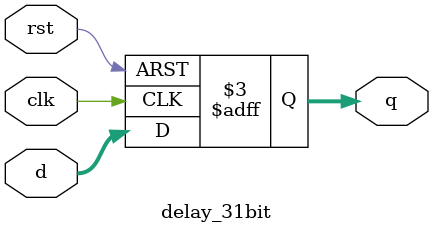
<source format=v>

`timescale 1ns/10ps
module delay_31bit(d,clk,rst,q);
  input [1:31] d;
  input rst, clk;
  output [1:31] q;
  reg [1:31] q;
  always @(posedge clk or negedge rst)
      begin
        if(!rst) 
           begin
             q <= 31'b0;
           end
        else 
           begin
             q <= d;
           end
      end
endmodule
</source>
